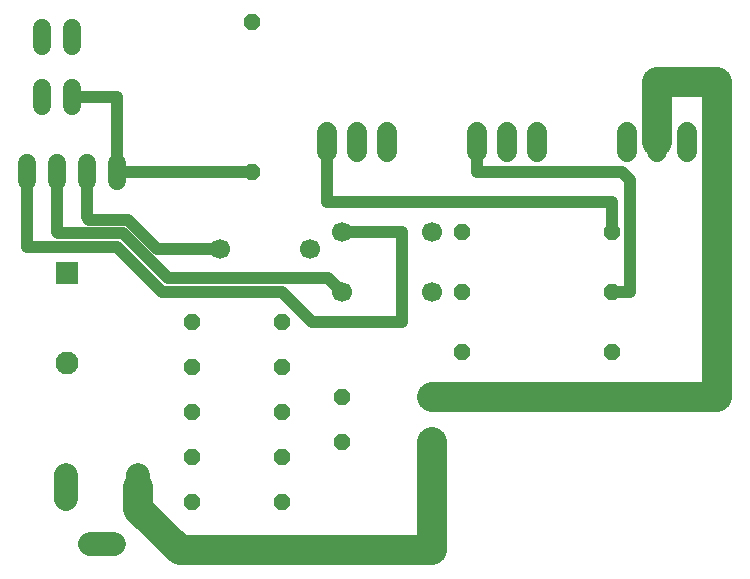
<source format=gbr>
G04 EAGLE Gerber RS-274X export*
G75*
%MOMM*%
%FSLAX34Y34*%
%LPD*%
%INBottom Copper*%
%IPPOS*%
%AMOC8*
5,1,8,0,0,1.08239X$1,22.5*%
G01*
%ADD10C,1.524000*%
%ADD11C,1.700000*%
%ADD12R,1.950000X1.950000*%
%ADD13C,1.950000*%
%ADD14C,2.000000*%
%ADD15C,1.676400*%
%ADD16P,1.429621X8X22.500000*%
%ADD17P,1.429621X8X202.500000*%
%ADD18P,1.429621X8X112.500000*%
%ADD19C,1.016000*%
%ADD20C,2.540000*%


D10*
X50800Y449580D02*
X50800Y464820D01*
X76200Y464820D02*
X76200Y449580D01*
D11*
X381000Y292100D03*
X304800Y292100D03*
X381000Y241300D03*
X304800Y241300D03*
X278130Y278130D03*
X201930Y278130D03*
D12*
X72390Y257810D03*
D13*
X72390Y181610D03*
D14*
X132600Y86200D02*
X132600Y66200D01*
X71600Y66200D02*
X71600Y86200D01*
X91600Y28200D02*
X111600Y28200D01*
D10*
X38100Y335280D02*
X38100Y350520D01*
X63500Y350520D02*
X63500Y335280D01*
X88900Y335280D02*
X88900Y350520D01*
X114300Y350520D02*
X114300Y335280D01*
X50800Y398780D02*
X50800Y414020D01*
X76200Y414020D02*
X76200Y398780D01*
D15*
X292100Y376682D02*
X292100Y359918D01*
X317500Y359918D02*
X317500Y376682D01*
X342900Y376682D02*
X342900Y359918D01*
X419100Y359918D02*
X419100Y376682D01*
X444500Y376682D02*
X444500Y359918D01*
X469900Y359918D02*
X469900Y376682D01*
X546100Y376682D02*
X546100Y359918D01*
X571500Y359918D02*
X571500Y376682D01*
X596900Y376682D02*
X596900Y359918D01*
D16*
X177800Y215900D03*
X254000Y215900D03*
D17*
X381000Y152400D03*
X304800Y152400D03*
D16*
X304800Y114300D03*
X381000Y114300D03*
D17*
X254000Y177800D03*
X177800Y177800D03*
D16*
X177800Y139700D03*
X254000Y139700D03*
D17*
X254000Y101600D03*
X177800Y101600D03*
D16*
X177800Y63500D03*
X254000Y63500D03*
D18*
X228600Y342900D03*
X228600Y469900D03*
D16*
X406400Y292100D03*
X533400Y292100D03*
X406400Y241300D03*
X533400Y241300D03*
X406400Y190500D03*
X533400Y190500D03*
D19*
X114300Y406400D02*
X76200Y406400D01*
X114300Y406400D02*
X114300Y342900D01*
X228600Y342900D01*
X63500Y342900D02*
X63500Y292100D01*
X64516Y291084D01*
X119140Y291084D01*
X157240Y252984D01*
X293116Y252984D02*
X304800Y241300D01*
X293116Y252984D02*
X157240Y252984D01*
X38100Y279400D02*
X38100Y342900D01*
X38100Y279400D02*
X114300Y279400D01*
X152400Y241300D01*
X254000Y241300D01*
X279400Y215900D02*
X355600Y215900D01*
X355600Y292100D01*
X304800Y292100D01*
X254000Y241300D02*
X279400Y215900D01*
X88900Y304800D02*
X88900Y342900D01*
X88900Y304800D02*
X90932Y302768D01*
X123979Y302768D01*
X148617Y278130D02*
X201930Y278130D01*
X148617Y278130D02*
X123979Y302768D01*
X533400Y292100D02*
X533400Y317500D01*
X393700Y317500D01*
X292100Y317500D01*
X292100Y368300D01*
X533400Y241300D02*
X548640Y241300D01*
X548640Y336550D01*
X542290Y342900D01*
X419100Y342900D01*
X419100Y368300D01*
D20*
X132600Y76200D02*
X132600Y57900D01*
X167640Y22860D02*
X381000Y22860D01*
X381000Y114300D01*
X167640Y22860D02*
X132600Y57900D01*
X622300Y152400D02*
X622300Y419100D01*
X571500Y419100D01*
X571500Y368300D01*
X622300Y152400D02*
X381000Y152400D01*
M02*

</source>
